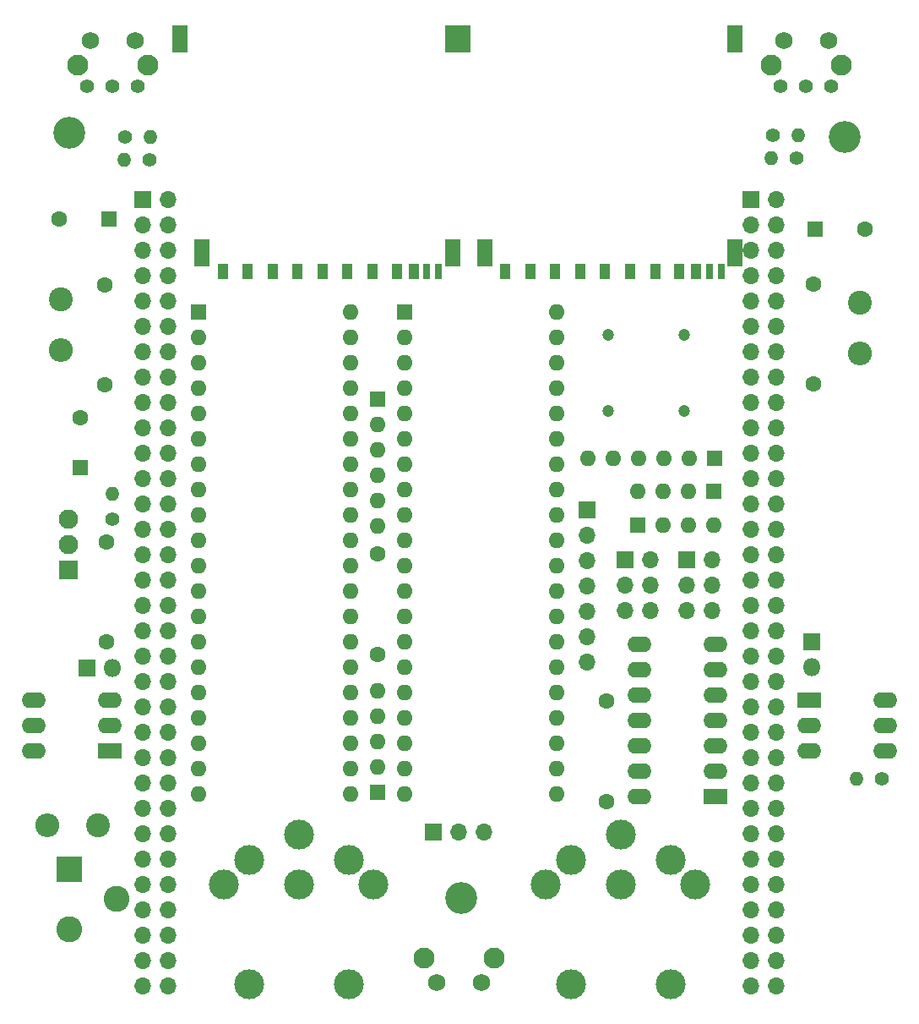
<source format=gbr>
G04 #@! TF.GenerationSoftware,KiCad,Pcbnew,(5.1.7)-1*
G04 #@! TF.CreationDate,2020-12-18T14:13:03+01:00*
G04 #@! TF.ProjectId,CR-VERSION,43522d56-4552-4534-994f-4e2e6b696361,rev?*
G04 #@! TF.SameCoordinates,Original*
G04 #@! TF.FileFunction,Soldermask,Top*
G04 #@! TF.FilePolarity,Negative*
%FSLAX46Y46*%
G04 Gerber Fmt 4.6, Leading zero omitted, Abs format (unit mm)*
G04 Created by KiCad (PCBNEW (5.1.7)-1) date 2020-12-18 14:13:03*
%MOMM*%
%LPD*%
G01*
G04 APERTURE LIST*
%ADD10O,1.800000X1.800000*%
%ADD11R,1.800000X1.800000*%
%ADD12R,1.500000X2.800000*%
%ADD13R,0.700000X1.500000*%
%ADD14R,1.000000X1.500000*%
%ADD15C,1.416000*%
%ADD16C,1.200000*%
%ADD17C,2.600000*%
%ADD18R,2.600000X2.600000*%
%ADD19C,1.600000*%
%ADD20R,1.600000X1.600000*%
%ADD21O,1.600000X1.600000*%
%ADD22O,2.400000X1.600000*%
%ADD23R,2.400000X1.600000*%
%ADD24O,1.400000X1.400000*%
%ADD25C,1.400000*%
%ADD26C,3.200000*%
%ADD27O,2.400000X2.400000*%
%ADD28C,2.400000*%
%ADD29C,2.100000*%
%ADD30C,1.750000*%
%ADD31O,1.700000X1.700000*%
%ADD32R,1.700000X1.700000*%
%ADD33C,1.935000*%
%ADD34R,1.935000X1.935000*%
%ADD35C,3.000000*%
G04 APERTURE END LIST*
D10*
X155303000Y-114894000D03*
D11*
X152763000Y-114894000D03*
D12*
X164300000Y-73355000D03*
X162100000Y-51855000D03*
X189400000Y-51855000D03*
X189400000Y-73355000D03*
D13*
X188005000Y-75155000D03*
X186805000Y-75155000D03*
D14*
X166375000Y-75155000D03*
X185505000Y-75155000D03*
X183805000Y-75155000D03*
X181375000Y-75155000D03*
X178875000Y-75155000D03*
X176375000Y-75155000D03*
X173875000Y-75155000D03*
X171375000Y-75155000D03*
X168875000Y-75155000D03*
D12*
X192621000Y-73355000D03*
X190421000Y-51855000D03*
X217721000Y-51855000D03*
X217721000Y-73355000D03*
D13*
X216326000Y-75155000D03*
X215126000Y-75155000D03*
D14*
X194696000Y-75155000D03*
X213826000Y-75155000D03*
X212126000Y-75155000D03*
X209696000Y-75155000D03*
X207196000Y-75155000D03*
X204696000Y-75155000D03*
X202196000Y-75155000D03*
X199696000Y-75155000D03*
X197196000Y-75155000D03*
D15*
X152763000Y-56601000D03*
X155303000Y-56601000D03*
X157843000Y-56601000D03*
X222232000Y-56601000D03*
X224772000Y-56601000D03*
X227312000Y-56601000D03*
D16*
X212580000Y-89113000D03*
X204960000Y-89113000D03*
X204960000Y-81493000D03*
X212580000Y-81493000D03*
D17*
X155685000Y-138023500D03*
X150985000Y-141023500D03*
D18*
X150985000Y-135023500D03*
D19*
X149922000Y-69936000D03*
D20*
X154922000Y-69936000D03*
D19*
X181909500Y-103497000D03*
X181909500Y-113497000D03*
D21*
X181846000Y-117180000D03*
X181846000Y-119720000D03*
X181846000Y-122260000D03*
X181846000Y-124800000D03*
D20*
X181846000Y-127340000D03*
D21*
X181896800Y-100695400D03*
X181896800Y-98155400D03*
X181896800Y-95615400D03*
X181896800Y-93075400D03*
X181896800Y-90535400D03*
D20*
X181896800Y-87995400D03*
D21*
X207957200Y-97215600D03*
X210497200Y-97215600D03*
X213037200Y-97215600D03*
D20*
X215577200Y-97215600D03*
D22*
X147429000Y-123161700D03*
X155049000Y-118081700D03*
X147429000Y-120621700D03*
X155049000Y-120621700D03*
X147429000Y-118081700D03*
D23*
X155049000Y-123161700D03*
D24*
X229852000Y-125943000D03*
D25*
X232392000Y-125943000D03*
D22*
X232773000Y-118107100D03*
X225153000Y-123187100D03*
X232773000Y-120647100D03*
X225153000Y-120647100D03*
X232773000Y-123187100D03*
D23*
X225153000Y-118107100D03*
D24*
X221343000Y-63840000D03*
D25*
X223883000Y-63840000D03*
D24*
X224010000Y-61554000D03*
D25*
X221470000Y-61554000D03*
D24*
X156446000Y-63967000D03*
D25*
X158986000Y-63967000D03*
D24*
X159113000Y-61681000D03*
D25*
X156573000Y-61681000D03*
D19*
X154541000Y-86540000D03*
X154541000Y-76540000D03*
X225534000Y-86413000D03*
X225534000Y-76413000D03*
X204833000Y-118229000D03*
X204833000Y-128229000D03*
D26*
X150985000Y-61300000D03*
X228709000Y-61681000D03*
X190228000Y-137881000D03*
D19*
X230724500Y-70952000D03*
D20*
X225724500Y-70952000D03*
D27*
X150096000Y-83017000D03*
D28*
X150096000Y-77937000D03*
D27*
X230233000Y-83398000D03*
D28*
X230233000Y-78318000D03*
D27*
X148749800Y-130642000D03*
D28*
X153829800Y-130642000D03*
D29*
X221363000Y-54519000D03*
D30*
X222613000Y-52029000D03*
X227113000Y-52029000D03*
D29*
X228373000Y-54519000D03*
D24*
X155303000Y-97418800D03*
D25*
X155303000Y-99958800D03*
D31*
X215437500Y-109115500D03*
X212897500Y-109115500D03*
X215437500Y-106575500D03*
X212897500Y-106575500D03*
X215437500Y-104035500D03*
D32*
X212897500Y-104035500D03*
D19*
X152102600Y-89853400D03*
D20*
X152102600Y-94853400D03*
D19*
X154668000Y-112244800D03*
X154668000Y-102244800D03*
D33*
X150858000Y-99958800D03*
X150858000Y-102498800D03*
D34*
X150858000Y-105038800D03*
D29*
X193573500Y-143900000D03*
D30*
X192323500Y-146390000D03*
X187823500Y-146390000D03*
D29*
X186563500Y-143900000D03*
D35*
X211230000Y-146589000D03*
X206230000Y-131589000D03*
X213730000Y-136589000D03*
X211230000Y-134089000D03*
X206230000Y-136589000D03*
X201230000Y-134089000D03*
X198730000Y-136589000D03*
X201230000Y-146589000D03*
D21*
X199816500Y-79207000D03*
X184576500Y-127467000D03*
X199816500Y-81747000D03*
X184576500Y-124927000D03*
X199816500Y-84287000D03*
X184576500Y-122387000D03*
X199816500Y-86827000D03*
X184576500Y-119847000D03*
X199816500Y-89367000D03*
X184576500Y-117307000D03*
X199816500Y-91907000D03*
X184576500Y-114767000D03*
X199816500Y-94447000D03*
X184576500Y-112227000D03*
X199816500Y-96987000D03*
X184576500Y-109687000D03*
X199816500Y-99527000D03*
X184576500Y-107147000D03*
X199816500Y-102067000D03*
X184576500Y-104607000D03*
X199816500Y-104607000D03*
X184576500Y-102067000D03*
X199816500Y-107147000D03*
X184576500Y-99527000D03*
X199816500Y-109687000D03*
X184576500Y-96987000D03*
X199816500Y-112227000D03*
X184576500Y-94447000D03*
X199816500Y-114767000D03*
X184576500Y-91907000D03*
X199816500Y-117307000D03*
X184576500Y-89367000D03*
X199816500Y-119847000D03*
X184576500Y-86827000D03*
X199816500Y-122387000D03*
X184576500Y-84287000D03*
X199816500Y-124927000D03*
X184576500Y-81747000D03*
X199816500Y-127467000D03*
D20*
X184576500Y-79207000D03*
D21*
X179179000Y-79207000D03*
X163939000Y-127467000D03*
X179179000Y-81747000D03*
X163939000Y-124927000D03*
X179179000Y-84287000D03*
X163939000Y-122387000D03*
X179179000Y-86827000D03*
X163939000Y-119847000D03*
X179179000Y-89367000D03*
X163939000Y-117307000D03*
X179179000Y-91907000D03*
X163939000Y-114767000D03*
X179179000Y-94447000D03*
X163939000Y-112227000D03*
X179179000Y-96987000D03*
X163939000Y-109687000D03*
X179179000Y-99527000D03*
X163939000Y-107147000D03*
X179179000Y-102067000D03*
X163939000Y-104607000D03*
X179179000Y-104607000D03*
X163939000Y-102067000D03*
X179179000Y-107147000D03*
X163939000Y-99527000D03*
X179179000Y-109687000D03*
X163939000Y-96987000D03*
X179179000Y-112227000D03*
X163939000Y-94447000D03*
X179179000Y-114767000D03*
X163939000Y-91907000D03*
X179179000Y-117307000D03*
X163939000Y-89367000D03*
X179179000Y-119847000D03*
X163939000Y-86827000D03*
X179179000Y-122387000D03*
X163939000Y-84287000D03*
X179179000Y-124927000D03*
X163939000Y-81747000D03*
X179179000Y-127467000D03*
D20*
X163939000Y-79207000D03*
D22*
X208135000Y-127721000D03*
X215755000Y-112481000D03*
X208135000Y-125181000D03*
X215755000Y-115021000D03*
X208135000Y-122641000D03*
X215755000Y-117561000D03*
X208135000Y-120101000D03*
X215755000Y-120101000D03*
X208135000Y-117561000D03*
X215755000Y-122641000D03*
X208135000Y-115021000D03*
X215755000Y-125181000D03*
X208135000Y-112481000D03*
D23*
X215755000Y-127721000D03*
D29*
X151830500Y-54519000D03*
D30*
X153080500Y-52029000D03*
X157580500Y-52029000D03*
D29*
X158840500Y-54519000D03*
D21*
X202928000Y-93875500D03*
X205468000Y-93875500D03*
X208008000Y-93875500D03*
X210548000Y-93875500D03*
X213088000Y-93875500D03*
D20*
X215628000Y-93875500D03*
D21*
X215564500Y-100543000D03*
X213024500Y-100543000D03*
X210484500Y-100543000D03*
D20*
X207944500Y-100543000D03*
D31*
X192514000Y-131340500D03*
X189974000Y-131340500D03*
D32*
X187434000Y-131340500D03*
D35*
X178972000Y-146589000D03*
X173972000Y-131589000D03*
X181472000Y-136589000D03*
X178972000Y-134089000D03*
X173972000Y-136589000D03*
X168972000Y-134089000D03*
X166472000Y-136589000D03*
X168972000Y-146589000D03*
D31*
X209214500Y-109115500D03*
X206674500Y-109115500D03*
X209214500Y-106575500D03*
X206674500Y-106575500D03*
X209214500Y-104035500D03*
D32*
X206674500Y-104035500D03*
D10*
X225407000Y-114767000D03*
D11*
X225407000Y-112227000D03*
D31*
X202902600Y-114309800D03*
X202902600Y-111769800D03*
X202902600Y-109229800D03*
X202902600Y-106689800D03*
X202902600Y-104149800D03*
X202902600Y-101609800D03*
D32*
X202902600Y-99069800D03*
D31*
X221840000Y-146740000D03*
X219300000Y-146740000D03*
X221840000Y-144200000D03*
X219300000Y-144200000D03*
X221840000Y-141660000D03*
X219300000Y-141660000D03*
X221840000Y-139120000D03*
X219300000Y-139120000D03*
X221840000Y-136580000D03*
X219300000Y-136580000D03*
X221840000Y-134040000D03*
X219300000Y-134040000D03*
X221840000Y-131500000D03*
X219300000Y-131500000D03*
X221840000Y-128960000D03*
X219300000Y-128960000D03*
X221840000Y-126420000D03*
X219300000Y-126420000D03*
X221840000Y-123880000D03*
X219300000Y-123880000D03*
X221840000Y-121340000D03*
X219300000Y-121340000D03*
X221840000Y-118800000D03*
X219300000Y-118800000D03*
X221840000Y-116260000D03*
X219300000Y-116260000D03*
X221840000Y-113720000D03*
X219300000Y-113720000D03*
X221840000Y-111180000D03*
X219300000Y-111180000D03*
X221840000Y-108640000D03*
X219300000Y-108640000D03*
X221840000Y-106100000D03*
X219300000Y-106100000D03*
X221840000Y-103560000D03*
X219300000Y-103560000D03*
X221840000Y-101020000D03*
X219300000Y-101020000D03*
X221840000Y-98480000D03*
X219300000Y-98480000D03*
X221840000Y-95940000D03*
X219300000Y-95940000D03*
X221840000Y-93400000D03*
X219300000Y-93400000D03*
X221840000Y-90860000D03*
X219300000Y-90860000D03*
X221840000Y-88320000D03*
X219300000Y-88320000D03*
X221840000Y-85780000D03*
X219300000Y-85780000D03*
X221840000Y-83240000D03*
X219300000Y-83240000D03*
X221840000Y-80700000D03*
X219300000Y-80700000D03*
X221840000Y-78160000D03*
X219300000Y-78160000D03*
X221840000Y-75620000D03*
X219300000Y-75620000D03*
X221840000Y-73080000D03*
X219300000Y-73080000D03*
X221840000Y-70540000D03*
X219300000Y-70540000D03*
X221840000Y-68000000D03*
D32*
X219300000Y-68000000D03*
X158360000Y-68000000D03*
D31*
X160900000Y-68000000D03*
X158360000Y-70540000D03*
X160900000Y-70540000D03*
X158360000Y-73080000D03*
X160900000Y-73080000D03*
X158360000Y-75620000D03*
X160900000Y-75620000D03*
X158360000Y-78160000D03*
X160900000Y-78160000D03*
X158360000Y-80700000D03*
X160900000Y-80700000D03*
X158360000Y-83240000D03*
X160900000Y-83240000D03*
X158360000Y-85780000D03*
X160900000Y-85780000D03*
X158360000Y-88320000D03*
X160900000Y-88320000D03*
X158360000Y-90860000D03*
X160900000Y-90860000D03*
X158360000Y-93400000D03*
X160900000Y-93400000D03*
X158360000Y-95940000D03*
X160900000Y-95940000D03*
X158360000Y-98480000D03*
X160900000Y-98480000D03*
X158360000Y-101020000D03*
X160900000Y-101020000D03*
X158360000Y-103560000D03*
X160900000Y-103560000D03*
X158360000Y-106100000D03*
X160900000Y-106100000D03*
X158360000Y-108640000D03*
X160900000Y-108640000D03*
X158360000Y-111180000D03*
X160900000Y-111180000D03*
X158360000Y-113720000D03*
X160900000Y-113720000D03*
X158360000Y-116260000D03*
X160900000Y-116260000D03*
X158360000Y-118800000D03*
X160900000Y-118800000D03*
X158360000Y-121340000D03*
X160900000Y-121340000D03*
X158360000Y-123880000D03*
X160900000Y-123880000D03*
X158360000Y-126420000D03*
X160900000Y-126420000D03*
X158360000Y-128960000D03*
X160900000Y-128960000D03*
X158360000Y-131500000D03*
X160900000Y-131500000D03*
X158360000Y-134040000D03*
X160900000Y-134040000D03*
X158360000Y-136580000D03*
X160900000Y-136580000D03*
X158360000Y-139120000D03*
X160900000Y-139120000D03*
X158360000Y-141660000D03*
X160900000Y-141660000D03*
X158360000Y-144200000D03*
X160900000Y-144200000D03*
X158360000Y-146740000D03*
X160900000Y-146740000D03*
M02*

</source>
